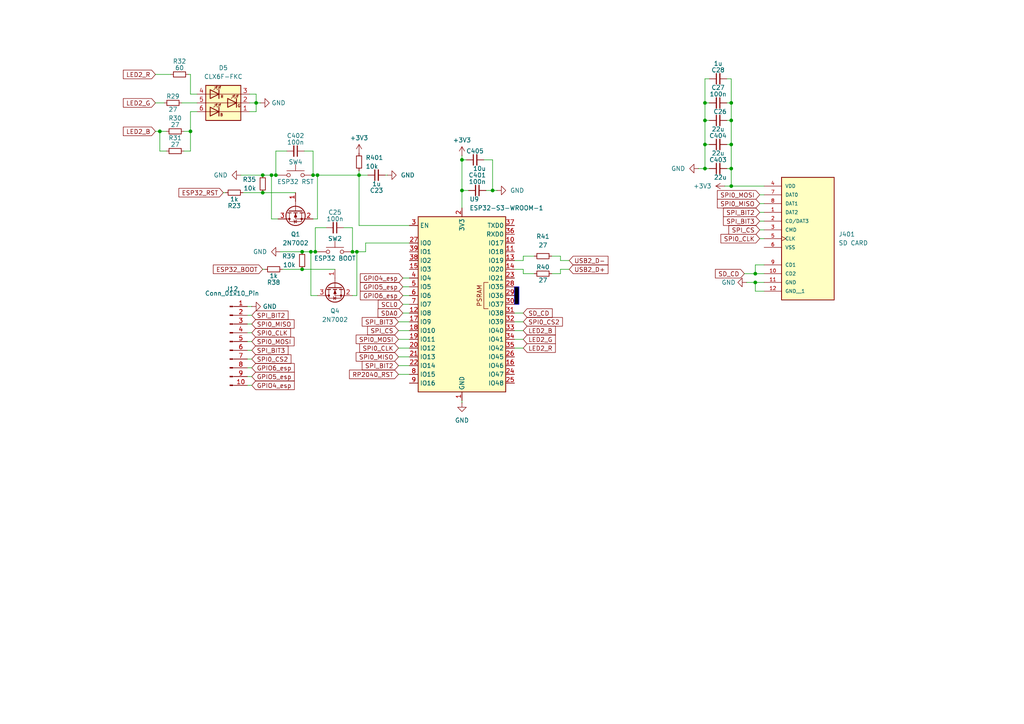
<source format=kicad_sch>
(kicad_sch (version 20231120) (generator "eeschema") (generator_version "8.0")
  (paper "A4")
  (lib_symbols
    (symbol "Connector:Conn_01x10_Pin" (pin_names (offset 1.016) hide)
      (property "Reference" "J" (at 0 12.7 0))
      (property "Value" "Conn_01x10_Pin" (at 0 -15.24 0))
      (symbol "Conn_01x10_Pin_1_1"
        (polyline (pts (xy 1.27 -12.7) (xy 0.8636 -12.7)) (stroke (width 0.1524)))
        (polyline (pts (xy 1.27 -10.16) (xy 0.8636 -10.16)) (stroke (width 0.1524)))
        (polyline (pts (xy 1.27 -7.62) (xy 0.8636 -7.62)) (stroke (width 0.1524)))
        (polyline (pts (xy 1.27 -5.08) (xy 0.8636 -5.08)) (stroke (width 0.1524)))
        (polyline (pts (xy 1.27 -2.54) (xy 0.8636 -2.54)) (stroke (width 0.1524)))
        (polyline (pts (xy 1.27 0) (xy 0.8636 0)) (stroke (width 0.1524)))
        (polyline (pts (xy 1.27 2.54) (xy 0.8636 2.54)) (stroke (width 0.1524)))
        (polyline (pts (xy 1.27 5.08) (xy 0.8636 5.08)) (stroke (width 0.1524)))
        (polyline (pts (xy 1.27 7.62) (xy 0.8636 7.62)) (stroke (width 0.1524)))
        (polyline (pts (xy 1.27 10.16) (xy 0.8636 10.16)) (stroke (width 0.1524)))
        (rectangle (start 0.8636 -12.573) (end 0 -12.827) (stroke (width 0.1524)) (fill (type outline)))
        (rectangle (start 0.8636 -10.033) (end 0 -10.287) (stroke (width 0.1524)) (fill (type outline)))
        (rectangle (start 0.8636 -7.493) (end 0 -7.747) (stroke (width 0.1524)) (fill (type outline)))
        (rectangle (start 0.8636 -4.953) (end 0 -5.207) (stroke (width 0.1524)) (fill (type outline)))
        (rectangle (start 0.8636 -2.413) (end 0 -2.667) (stroke (width 0.1524)) (fill (type outline)))
        (rectangle (start 0.8636 0.127) (end 0 -0.127) (stroke (width 0.1524)) (fill (type outline)))
        (rectangle (start 0.8636 2.667) (end 0 2.413) (stroke (width 0.1524)) (fill (type outline)))
        (rectangle (start 0.8636 5.207) (end 0 4.953) (stroke (width 0.1524)) (fill (type outline)))
        (rectangle (start 0.8636 7.747) (end 0 7.493) (stroke (width 0.1524)) (fill (type outline)))
        (rectangle (start 0.8636 10.287) (end 0 10.033) (stroke (width 0.1524)) (fill (type outline)))
        (pin passive line (at 5.08 10.16 180) (length 3.81) (name "Pin_1") (number "1"))
        (pin passive line (at 5.08 -12.7 180) (length 3.81) (name "Pin_10") (number "10"))
        (pin passive line (at 5.08 7.62 180) (length 3.81) (name "Pin_2") (number "2"))
        (pin passive line (at 5.08 5.08 180) (length 3.81) (name "Pin_3") (number "3"))
        (pin passive line (at 5.08 2.54 180) (length 3.81) (name "Pin_4") (number "4"))
        (pin passive line (at 5.08 0 180) (length 3.81) (name "Pin_5") (number "5"))
        (pin passive line (at 5.08 -2.54 180) (length 3.81) (name "Pin_6") (number "6"))
        (pin passive line (at 5.08 -5.08 180) (length 3.81) (name "Pin_7") (number "7"))
        (pin passive line (at 5.08 -7.62 180) (length 3.81) (name "Pin_8") (number "8"))
        (pin passive line (at 5.08 -10.16 180) (length 3.81) (name "Pin_9") (number "9"))
      )
    )
    (symbol "Device:C_Small" (pin_numbers hide) (pin_names (offset 0.254) hide)
      (property "Reference" "C" (at 0.254 1.778 0))
      (property "Value" "C_Small" (at 0.254 -2.032 0))
      (symbol "C_Small_0_1"
        (polyline (pts (xy -1.524 -0.508) (xy 1.524 -0.508)) (stroke (width 0.3302)))
        (polyline (pts (xy -1.524 0.508) (xy 1.524 0.508)) (stroke (width 0.3048)))
      )
      (symbol "C_Small_1_1"
        (pin passive line (at 0 2.54 270) (length 2.032) (name "~") (number "1"))
        (pin passive line (at 0 -2.54 90) (length 2.032) (name "~") (number "2"))
      )
    )
    (symbol "Device:R_Small" (pin_numbers hide) (pin_names (offset 0.254) hide)
      (property "Reference" "R" (at 0.762 0.508 0))
      (property "Value" "R_Small" (at 0.762 -1.016 0))
      (symbol "R_Small_0_1"
        (rectangle (start -0.762 1.778) (end 0.762 -1.778) (stroke (width 0.2032)))
      )
      (symbol "R_Small_1_1"
        (pin passive line (at 0 2.54 270) (length 0.762) (name "~") (number "1"))
        (pin passive line (at 0 -2.54 90) (length 0.762) (name "~") (number "2"))
      )
    )
    (symbol "LED:CLX6F-FKC" (pin_names hide)
      (property "Reference" "D" (at -5.08 6.35 0))
      (property "Value" "CLX6F-FKC" (at -5.08 -6.35 0))
      (symbol "CLX6F-FKC_0_0"
        (text "B" (at -0.508 -3.4544 0) (effects (font (size 0.762 0.762))))
        (text "G" (at 4.5466 -0.8382 0) (effects (font (size 0.762 0.762))))
        (text "R" (at -0.381 1.8034 0) (effects (font (size 0.762 0.762))))
      )
      (symbol "CLX6F-FKC_0_1"
        (rectangle (start -5.08 5.08) (end 5.08 -5.08) (stroke (width 0.254)) (fill (type background)))
        (polyline (pts (xy -5.08 -2.54) (xy 5.08 -2.54)))
        (polyline (pts (xy -5.08 0) (xy 5.08 0)))
        (polyline (pts (xy -5.08 2.54) (xy 5.08 2.54)))
        (polyline (pts (xy -2.794 -1.27) (xy -1.778 -0.254)))
        (polyline (pts (xy -2.794 3.81) (xy -1.778 4.826)))
        (polyline (pts (xy -1.778 -1.27) (xy -0.762 -0.254)))
        (polyline (pts (xy -1.778 3.81) (xy -0.762 4.826)))
        (polyline (pts (xy -1.27 -1.27) (xy -1.27 -3.81)) (stroke (width 0.254)))
        (polyline (pts (xy -1.27 3.81) (xy -1.27 1.27)) (stroke (width 0.254)))
        (polyline (pts (xy 2.286 1.27) (xy 3.302 2.286)))
        (polyline (pts (xy 3.302 1.27) (xy 4.318 2.286)))
        (polyline (pts (xy 3.81 1.27) (xy 3.81 -1.27)) (stroke (width 0.254)))
        (polyline (pts (xy -2.54 4.572) (xy -1.778 4.826) (xy -2.032 4.064)))
        (polyline (pts (xy -2.032 -1.016) (xy -1.778 -0.254) (xy -2.54 -0.508)))
        (polyline (pts (xy -1.524 -0.508) (xy -0.762 -0.254) (xy -1.016 -1.016)))
        (polyline (pts (xy -1.524 4.572) (xy -0.762 4.826) (xy -1.016 4.064)))
        (polyline (pts (xy 3.048 1.524) (xy 3.302 2.286) (xy 2.54 2.032)))
        (polyline (pts (xy 3.556 2.032) (xy 4.318 2.286) (xy 4.064 1.524)))
        (polyline (pts (xy -3.81 -1.27) (xy -3.81 -3.81) (xy -1.27 -2.54) (xy -3.81 -1.27)) (stroke (width 0.254)))
        (polyline (pts (xy -3.81 3.81) (xy -3.81 1.27) (xy -1.27 2.54) (xy -3.81 3.81)) (stroke (width 0.254)))
        (polyline (pts (xy 1.27 1.27) (xy 1.27 -1.27) (xy 3.81 0) (xy 1.27 1.27)) (stroke (width 0.254)))
      )
      (symbol "CLX6F-FKC_1_1"
        (pin passive line (at 7.62 -2.54 180) (length 2.54) (name "KB") (number "1"))
        (pin passive line (at 7.62 0 180) (length 2.54) (name "KG") (number "2"))
        (pin passive line (at 7.62 2.54 180) (length 2.54) (name "KR") (number "3"))
        (pin passive line (at -7.62 2.54 0) (length 2.54) (name "AR") (number "4"))
        (pin passive line (at -7.62 0 0) (length 2.54) (name "AG") (number "5"))
        (pin passive line (at -7.62 -2.54 0) (length 2.54) (name "AB") (number "6"))
      )
    )
    (symbol "MEM2061-01-188-00-A_REVA:MEM2061-01-188-00-A_REVA" (pin_names (offset 1.016))
      (property "Reference" "J" (at 0 15.2675 0))
      (property "Value" "MEM2061-01-188-00-A_REVA" (at 0 -22.8815 0))
      (symbol "MEM2061-01-188-00-A_REVA_0_0"
        (rectangle (start 0 -20.32) (end 15.24 15.24) (stroke (width 0.254)) (fill (type background)))
        (pin bidirectional line (at -5.08 5.08 0) (length 5.08) (name "DAT2") (number "1"))
        (pin passive line (at -5.08 -12.7 0) (length 5.08) (name "CD2") (number "10"))
        (pin power_in line (at -5.08 -15.24 0) (length 5.08) (name "GND") (number "11"))
        (pin power_in line (at -5.08 -17.78 0) (length 5.08) (name "GND__1") (number "12"))
        (pin bidirectional line (at -5.08 2.54 0) (length 5.08) (name "CD/DAT3") (number "2"))
        (pin bidirectional line (at -5.08 0 0) (length 5.08) (name "CMD") (number "3"))
        (pin power_in line (at -5.08 12.7 0) (length 5.08) (name "VDD") (number "4"))
        (pin bidirectional clock (at -5.08 -2.54 0) (length 5.08) (name "CLK") (number "5"))
        (pin power_in line (at -5.08 -5.08 0) (length 5.08) (name "VSS") (number "6"))
        (pin bidirectional line (at -5.08 10.16 0) (length 5.08) (name "DAT0") (number "7"))
        (pin bidirectional line (at -5.08 7.62 0) (length 5.08) (name "DAT1") (number "8"))
        (pin passive line (at -5.08 -10.16 0) (length 5.08) (name "CD1") (number "9"))
      )
    )
    (symbol "RF_Module:ESP32-S3-WROOM-1"
      (property "Reference" "U" (at -12.7 26.67 0))
      (property "Value" "ESP32-S3-WROOM-1" (at 12.7 26.67 0))
      (symbol "ESP32-S3-WROOM-1_0_0"
        (rectangle (start -12.7 25.4) (end 12.7 -25.4) (stroke (width 0.254)) (fill (type background)))
        (text "PSRAM" (at 5.08 2.54 900) (effects (font (size 1.27 1.27))))
      )
      (symbol "ESP32-S3-WROOM-1_0_1"
        (polyline (pts (xy 7.62 -1.27) (xy 6.35 -1.27) (xy 6.35 6.35) (xy 7.62 6.35)))
      )
      (symbol "ESP32-S3-WROOM-1_1_1"
        (pin power_in line (at 0 -27.94 90) (length 2.54) (name "GND") (number "1"))
        (pin bidirectional line (at 15.24 17.78 180) (length 2.54) (name "IO17") (number "10"))
        (pin bidirectional line (at 15.24 15.24 180) (length 2.54) (name "IO18") (number "11"))
        (pin bidirectional line (at -15.24 -2.54 0) (length 2.54) (name "IO8") (number "12"))
        (pin bidirectional line (at 15.24 12.7 180) (length 2.54) (name "IO19") (number "13"))
        (pin bidirectional line (at 15.24 10.16 180) (length 2.54) (name "IO20") (number "14"))
        (pin bidirectional line (at -15.24 10.16 0) (length 2.54) (name "IO3") (number "15"))
        (pin bidirectional line (at 15.24 -17.78 180) (length 2.54) (name "IO46") (number "16"))
        (pin bidirectional line (at -15.24 -5.08 0) (length 2.54) (name "IO9") (number "17"))
        (pin bidirectional line (at -15.24 -7.62 0) (length 2.54) (name "IO10") (number "18"))
        (pin bidirectional line (at -15.24 -10.16 0) (length 2.54) (name "IO11") (number "19"))
        (pin power_in line (at 0 27.94 270) (length 2.54) (name "3V3") (number "2"))
        (pin bidirectional line (at -15.24 -12.7 0) (length 2.54) (name "IO12") (number "20"))
        (pin bidirectional line (at -15.24 -15.24 0) (length 2.54) (name "IO13") (number "21"))
        (pin bidirectional line (at -15.24 -17.78 0) (length 2.54) (name "IO14") (number "22"))
        (pin bidirectional line (at 15.24 7.62 180) (length 2.54) (name "IO21") (number "23"))
        (pin bidirectional line (at 15.24 -20.32 180) (length 2.54) (name "IO47") (number "24"))
        (pin bidirectional line (at 15.24 -22.86 180) (length 2.54) (name "IO48") (number "25"))
        (pin bidirectional line (at 15.24 -15.24 180) (length 2.54) (name "IO45") (number "26"))
        (pin bidirectional line (at -15.24 17.78 0) (length 2.54) (name "IO0") (number "27"))
        (pin bidirectional line (at 15.24 5.08 180) (length 2.54) (name "IO35") (number "28"))
        (pin bidirectional line (at 15.24 2.54 180) (length 2.54) (name "IO36") (number "29"))
        (pin input line (at -15.24 22.86 0) (length 2.54) (name "EN") (number "3"))
        (pin bidirectional line (at 15.24 0 180) (length 2.54) (name "IO37") (number "30"))
        (pin bidirectional line (at 15.24 -2.54 180) (length 2.54) (name "IO38") (number "31"))
        (pin bidirectional line (at 15.24 -5.08 180) (length 2.54) (name "IO39") (number "32"))
        (pin bidirectional line (at 15.24 -7.62 180) (length 2.54) (name "IO40") (number "33"))
        (pin bidirectional line (at 15.24 -10.16 180) (length 2.54) (name "IO41") (number "34"))
        (pin bidirectional line (at 15.24 -12.7 180) (length 2.54) (name "IO42") (number "35"))
        (pin bidirectional line (at 15.24 20.32 180) (length 2.54) (name "RXD0") (number "36"))
        (pin bidirectional line (at 15.24 22.86 180) (length 2.54) (name "TXD0") (number "37"))
        (pin bidirectional line (at -15.24 12.7 0) (length 2.54) (name "IO2") (number "38"))
        (pin bidirectional line (at -15.24 15.24 0) (length 2.54) (name "IO1") (number "39"))
        (pin bidirectional line (at -15.24 7.62 0) (length 2.54) (name "IO4") (number "4"))
        (pin passive line (at 0 -27.94 90) (length 2.54) hide (name "GND") (number "40"))
        (pin passive line (at 0 -27.94 90) (length 2.54) hide (name "GND") (number "41"))
        (pin bidirectional line (at -15.24 5.08 0) (length 2.54) (name "IO5") (number "5"))
        (pin bidirectional line (at -15.24 2.54 0) (length 2.54) (name "IO6") (number "6"))
        (pin bidirectional line (at -15.24 0 0) (length 2.54) (name "IO7") (number "7"))
        (pin bidirectional line (at -15.24 -20.32 0) (length 2.54) (name "IO15") (number "8"))
        (pin bidirectional line (at -15.24 -22.86 0) (length 2.54) (name "IO16") (number "9"))
      )
    )
    (symbol "Switch:SW_Push" (pin_numbers hide) (pin_names (offset 1.016) hide)
      (property "Reference" "SW" (at 1.27 2.54 0))
      (property "Value" "SW_Push" (at 0 -1.524 0))
      (symbol "SW_Push_0_1"
        (circle (center -2.032 0) (radius 0.508))
        (polyline (pts (xy 0 1.27) (xy 0 3.048)))
        (polyline (pts (xy 2.54 1.27) (xy -2.54 1.27)))
        (circle (center 2.032 0) (radius 0.508))
        (pin passive line (at -5.08 0 0) (length 2.54) (name "1") (number "1"))
        (pin passive line (at 5.08 0 180) (length 2.54) (name "2") (number "2"))
      )
    )
    (symbol "Transistor_FET:2N7002" (pin_names hide)
      (property "Reference" "Q" (at 5.08 1.905 0))
      (property "Value" "2N7002" (at 5.08 0 0))
      (symbol "2N7002_0_1"
        (polyline (pts (xy 0.254 0) (xy -2.54 0)))
        (polyline (pts (xy 0.254 1.905) (xy 0.254 -1.905)) (stroke (width 0.254)))
        (polyline (pts (xy 0.762 -1.27) (xy 0.762 -2.286)) (stroke (width 0.254)))
        (polyline (pts (xy 0.762 0.508) (xy 0.762 -0.508)) (stroke (width 0.254)))
        (polyline (pts (xy 0.762 2.286) (xy 0.762 1.27)) (stroke (width 0.254)))
        (polyline (pts (xy 2.54 2.54) (xy 2.54 1.778)))
        (polyline (pts (xy 2.54 -2.54) (xy 2.54 0) (xy 0.762 0)))
        (polyline (pts (xy 0.762 -1.778) (xy 3.302 -1.778) (xy 3.302 1.778) (xy 0.762 1.778)))
        (polyline (pts (xy 1.016 0) (xy 2.032 0.381) (xy 2.032 -0.381) (xy 1.016 0)) (fill (type outline)))
        (polyline (pts (xy 2.794 0.508) (xy 2.921 0.381) (xy 3.683 0.381) (xy 3.81 0.254)))
        (polyline (pts (xy 3.302 0.381) (xy 2.921 -0.254) (xy 3.683 -0.254) (xy 3.302 0.381)))
        (circle (center 1.651 0) (radius 2.794) (stroke (width 0.254)))
        (circle (center 2.54 -1.778) (radius 0.254) (fill (type outline)))
        (circle (center 2.54 1.778) (radius 0.254) (fill (type outline)))
      )
      (symbol "2N7002_1_1"
        (pin input line (at -5.08 0 0) (length 2.54) (name "G") (number "1"))
        (pin passive line (at 2.54 -5.08 90) (length 2.54) (name "S") (number "2"))
        (pin passive line (at 2.54 5.08 270) (length 2.54) (name "D") (number "3"))
      )
    )
    (symbol "power:+3V3" (power) (pin_numbers hide) (pin_names (offset 0) hide)
      (property "Value" "+3V3" (at 0 3.556 0))
      (symbol "+3V3_0_1"
        (polyline (pts (xy -0.762 1.27) (xy 0 2.54)))
        (polyline (pts (xy 0 0) (xy 0 2.54)))
        (polyline (pts (xy 0 2.54) (xy 0.762 1.27)))
      )
      (symbol "+3V3_1_1"
        (pin power_in line (at 0 0 90) (length 0) (name "~") (number "1"))
      )
    )
    (symbol "power:GND" (power) (pin_numbers hide) (pin_names (offset 0) hide)
      (property "Value" "GND" (at 0 -3.81 0))
      (symbol "GND_0_1"
        (polyline (pts (xy 0 0) (xy 0 -1.27) (xy 1.27 -1.27) (xy 0 -2.54) (xy -1.27 -1.27) (xy 0 -1.27)))
      )
      (symbol "GND_1_1"
        (pin power_in line (at 0 0 270) (length 0) (name "~") (number "1"))
      )
    )
  )
  (junction (at 212.09 29.845))
  (junction (at 212.09 41.91))
  (junction (at 87.63 73.025))
  (junction (at 204.47 34.925))
  (junction (at 90.805 50.8))
  (junction (at 92.075 50.8))
  (junction (at 204.47 48.895))
  (junction (at 104.14 50.8))
  (junction (at 74.295 29.845))
  (junction (at 102.235 73.025))
  (junction (at 204.47 29.845))
  (junction (at 212.09 34.925))
  (junction (at 46.355 38.1))
  (junction (at 103.505 73.025))
  (junction (at 212.09 53.975))
  (junction (at 91.44 73.025))
  (junction (at 87.63 78.105))
  (junction (at 142.875 55.245))
  (junction (at 76.2 50.8))
  (junction (at 219.075 79.375))
  (junction (at 212.09 48.895))
  (junction (at 78.74 50.8))
  (junction (at 80.01 50.8))
  (junction (at 219.075 81.915))
  (junction (at 55.245 38.1))
  (junction (at 133.985 46.355))
  (junction (at 90.17 73.025))
  (junction (at 133.985 55.245))
  (junction (at 76.2 55.88))
  (junction (at 204.47 41.91))
  (wire (pts (xy 55.245 27.305) (xy 55.245 21.59)))
  (wire (pts (xy 116.84 83.185) (xy 118.745 83.185)))
  (wire (pts (xy 91.44 66.04) (xy 91.44 73.025)))
  (wire (pts (xy 220.345 66.675) (xy 221.615 66.675)))
  (wire (pts (xy 135.255 46.355) (xy 133.985 46.355)))
  (wire (pts (xy 55.245 38.1) (xy 55.245 32.385)))
  (wire (pts (xy 74.295 27.305) (xy 74.295 29.845)))
  (wire (pts (xy 104.14 65.405) (xy 118.745 65.405)))
  (wire (pts (xy 81.915 78.105) (xy 87.63 78.105)))
  (wire (pts (xy 133.985 55.245) (xy 133.985 60.325)))
  (wire (pts (xy 102.235 85.725) (xy 103.505 85.725)))
  (wire (pts (xy 154.94 79.375) (xy 151.765 79.375)))
  (wire (pts (xy 52.705 29.845) (xy 57.15 29.845)))
  (wire (pts (xy 75.565 29.845) (xy 74.295 29.845)))
  (wire (pts (xy 45.085 29.845) (xy 47.625 29.845)))
  (polyline (pts (xy 149.225 88.265) (xy 150.495 88.265)))
  (wire (pts (xy 106.045 70.485) (xy 106.045 73.025)))
  (wire (pts (xy 115.57 95.885) (xy 118.745 95.885)))
  (wire (pts (xy 221.615 84.455) (xy 219.075 84.455)))
  (wire (pts (xy 73.025 91.44) (xy 71.755 91.44)))
  (wire (pts (xy 55.245 32.385) (xy 57.15 32.385)))
  (wire (pts (xy 102.235 73.025) (xy 103.505 73.025)))
  (wire (pts (xy 90.805 50.8) (xy 92.075 50.8)))
  (wire (pts (xy 219.075 81.915) (xy 221.615 81.915)))
  (wire (pts (xy 92.075 85.725) (xy 90.17 85.725)))
  (wire (pts (xy 220.345 61.595) (xy 221.615 61.595)))
  (wire (pts (xy 73.025 106.68) (xy 71.755 106.68)))
  (wire (pts (xy 76.2 55.88) (xy 85.725 55.88)))
  (wire (pts (xy 205.74 29.845) (xy 204.47 29.845)))
  (wire (pts (xy 133.985 55.245) (xy 135.89 55.245)))
  (wire (pts (xy 111.76 50.8) (xy 112.395 50.8)))
  (wire (pts (xy 162.56 74.295) (xy 162.56 75.565)))
  (wire (pts (xy 102.235 66.04) (xy 102.235 73.025)))
  (wire (pts (xy 90.17 85.725) (xy 90.17 73.025)))
  (wire (pts (xy 74.295 32.385) (xy 74.295 29.845)))
  (wire (pts (xy 149.225 75.565) (xy 151.765 75.565)))
  (wire (pts (xy 92.075 63.5) (xy 92.075 50.8)))
  (wire (pts (xy 76.2 78.105) (xy 76.835 78.105)))
  (wire (pts (xy 46.355 43.815) (xy 46.355 38.1)))
  (polyline (pts (xy 149.225 83.185) (xy 150.495 83.185)))
  (wire (pts (xy 210.82 29.845) (xy 212.09 29.845)))
  (wire (pts (xy 104.14 50.8) (xy 104.14 65.405)))
  (wire (pts (xy 106.68 50.8) (xy 104.14 50.8)))
  (wire (pts (xy 46.355 38.1) (xy 48.26 38.1)))
  (wire (pts (xy 133.985 46.355) (xy 133.985 55.245)))
  (wire (pts (xy 142.875 46.355) (xy 142.875 55.245)))
  (wire (pts (xy 115.57 93.345) (xy 118.745 93.345)))
  (wire (pts (xy 87.63 73.025) (xy 90.17 73.025)))
  (wire (pts (xy 69.85 50.8) (xy 76.2 50.8)))
  (wire (pts (xy 83.185 43.815) (xy 80.01 43.815)))
  (wire (pts (xy 151.765 100.965) (xy 149.225 100.965)))
  (wire (pts (xy 210.185 53.975) (xy 212.09 53.975)))
  (wire (pts (xy 118.745 70.485) (xy 106.045 70.485)))
  (wire (pts (xy 81.28 73.025) (xy 87.63 73.025)))
  (wire (pts (xy 210.82 48.895) (xy 212.09 48.895)))
  (wire (pts (xy 144.145 55.245) (xy 142.875 55.245)))
  (wire (pts (xy 115.57 103.505) (xy 118.745 103.505)))
  (wire (pts (xy 212.09 29.845) (xy 212.09 34.925)))
  (wire (pts (xy 104.14 49.53) (xy 104.14 50.8)))
  (wire (pts (xy 78.74 50.8) (xy 80.01 50.8)))
  (wire (pts (xy 80.01 43.815) (xy 80.01 50.8)))
  (wire (pts (xy 212.09 34.925) (xy 212.09 41.91)))
  (wire (pts (xy 99.695 66.04) (xy 102.235 66.04)))
  (wire (pts (xy 76.2 50.8) (xy 78.74 50.8)))
  (wire (pts (xy 220.345 59.055) (xy 221.615 59.055)))
  (wire (pts (xy 160.02 79.375) (xy 162.56 79.375)))
  (wire (pts (xy 204.47 48.895) (xy 205.74 48.895)))
  (wire (pts (xy 221.615 76.835) (xy 219.075 76.835)))
  (wire (pts (xy 64.77 55.88) (xy 65.405 55.88)))
  (wire (pts (xy 90.17 73.025) (xy 91.44 73.025)))
  (wire (pts (xy 151.765 95.885) (xy 149.225 95.885)))
  (wire (pts (xy 204.47 41.91) (xy 204.47 48.895)))
  (wire (pts (xy 133.985 116.84) (xy 133.985 116.205)))
  (wire (pts (xy 219.075 79.375) (xy 221.615 79.375)))
  (wire (pts (xy 205.74 41.91) (xy 204.47 41.91)))
  (wire (pts (xy 151.765 75.565) (xy 151.765 74.295)))
  (wire (pts (xy 219.075 84.455) (xy 219.075 81.915)))
  (wire (pts (xy 94.615 66.04) (xy 91.44 66.04)))
  (wire (pts (xy 220.345 64.135) (xy 221.615 64.135)))
  (wire (pts (xy 90.805 63.5) (xy 92.075 63.5)))
  (wire (pts (xy 133.985 45.085) (xy 133.985 46.355)))
  (wire (pts (xy 53.34 43.815) (xy 55.245 43.815)))
  (wire (pts (xy 151.765 74.295) (xy 154.94 74.295)))
  (wire (pts (xy 116.84 80.645) (xy 118.745 80.645)))
  (wire (pts (xy 151.765 78.105) (xy 149.225 78.105)))
  (wire (pts (xy 204.47 29.845) (xy 204.47 34.925)))
  (wire (pts (xy 215.9 79.375) (xy 219.075 79.375)))
  (wire (pts (xy 106.045 73.025) (xy 103.505 73.025)))
  (wire (pts (xy 73.025 101.6) (xy 71.755 101.6)))
  (wire (pts (xy 72.39 32.385) (xy 74.295 32.385)))
  (wire (pts (xy 212.09 53.975) (xy 221.615 53.975)))
  (wire (pts (xy 210.82 41.91) (xy 212.09 41.91)))
  (wire (pts (xy 210.82 34.925) (xy 212.09 34.925)))
  (wire (pts (xy 78.74 63.5) (xy 78.74 50.8)))
  (wire (pts (xy 162.56 75.565) (xy 165.1 75.565)))
  (wire (pts (xy 45.085 21.59) (xy 49.53 21.59)))
  (wire (pts (xy 210.82 22.86) (xy 212.09 22.86)))
  (wire (pts (xy 140.97 55.245) (xy 142.875 55.245)))
  (wire (pts (xy 115.57 106.045) (xy 118.745 106.045)))
  (wire (pts (xy 216.535 81.915) (xy 219.075 81.915)))
  (wire (pts (xy 80.645 63.5) (xy 78.74 63.5)))
  (wire (pts (xy 91.44 73.025) (xy 92.075 73.025)))
  (wire (pts (xy 73.025 109.22) (xy 71.755 109.22)))
  (wire (pts (xy 140.335 46.355) (xy 142.875 46.355)))
  (wire (pts (xy 220.345 56.515) (xy 221.615 56.515)))
  (wire (pts (xy 151.765 79.375) (xy 151.765 78.105)))
  (wire (pts (xy 151.765 98.425) (xy 149.225 98.425)))
  (wire (pts (xy 160.02 74.295) (xy 162.56 74.295)))
  (wire (pts (xy 204.47 34.925) (xy 204.47 41.91)))
  (wire (pts (xy 204.47 22.86) (xy 204.47 29.845)))
  (wire (pts (xy 212.09 22.86) (xy 212.09 29.845)))
  (wire (pts (xy 115.57 98.425) (xy 118.745 98.425)))
  (wire (pts (xy 149.225 93.345) (xy 151.765 93.345)))
  (wire (pts (xy 151.765 90.805) (xy 149.225 90.805)))
  (wire (pts (xy 115.57 108.585) (xy 118.745 108.585)))
  (wire (pts (xy 205.74 22.86) (xy 204.47 22.86)))
  (wire (pts (xy 73.025 96.52) (xy 71.755 96.52)))
  (wire (pts (xy 45.085 38.1) (xy 46.355 38.1)))
  (wire (pts (xy 116.84 85.725) (xy 118.745 85.725)))
  (wire (pts (xy 72.39 27.305) (xy 74.295 27.305)))
  (wire (pts (xy 116.84 88.265) (xy 118.745 88.265)))
  (wire (pts (xy 73.025 99.06) (xy 71.755 99.06)))
  (wire (pts (xy 162.56 78.105) (xy 165.1 78.105)))
  (wire (pts (xy 70.485 55.88) (xy 76.2 55.88)))
  (wire (pts (xy 205.74 34.925) (xy 204.47 34.925)))
  (wire (pts (xy 74.295 29.845) (xy 72.39 29.845)))
  (wire (pts (xy 92.075 50.8) (xy 104.14 50.8)))
  (wire (pts (xy 212.09 48.895) (xy 212.09 53.975)))
  (wire (pts (xy 88.265 43.815) (xy 90.805 43.815)))
  (wire (pts (xy 73.025 93.98) (xy 71.755 93.98)))
  (wire (pts (xy 212.09 41.91) (xy 212.09 48.895)))
  (wire (pts (xy 55.245 43.815) (xy 55.245 38.1)))
  (wire (pts (xy 55.245 21.59) (xy 54.61 21.59)))
  (wire (pts (xy 80.01 50.8) (xy 80.645 50.8)))
  (wire (pts (xy 162.56 79.375) (xy 162.56 78.105)))
  (wire (pts (xy 73.025 111.76) (xy 71.755 111.76)))
  (wire (pts (xy 55.245 38.1) (xy 53.34 38.1)))
  (wire (pts (xy 55.245 27.305) (xy 57.15 27.305)))
  (wire (pts (xy 202.565 48.895) (xy 204.47 48.895)))
  (wire (pts (xy 90.805 43.815) (xy 90.805 50.8)))
  (wire (pts (xy 115.57 100.965) (xy 118.745 100.965)))
  (wire (pts (xy 73.025 104.14) (xy 71.755 104.14)))
  (wire (pts (xy 219.075 76.835) (xy 219.075 79.375)))
  (polyline (pts (xy 150.495 83.185) (xy 150.495 88.265)))
  (wire (pts (xy 87.63 78.105) (xy 97.155 78.105)))
  (wire (pts (xy 73.025 88.9) (xy 71.755 88.9)))
  (wire (pts (xy 103.505 85.725) (xy 103.505 73.025)))
  (wire (pts (xy 48.26 43.815) (xy 46.355 43.815)))
  (wire (pts (xy 116.84 90.805) (xy 118.745 90.805)))
  (polyline (pts (xy 149.225 88.265) (xy 149.225 83.185)))
  (wire (pts (xy 220.345 69.215) (xy 221.615 69.215)))
  (rectangle (start 149.225 83.185) (end 150.495 88.265) (fill (type color) (color 0 0 0 1)))
  (global_label "GPIO5_esp" (shape input) (at 116.84 83.185 180) (property "Intersheetrefs" "${INTERSHEET_REFS}" (effects (hide yes))))
  (global_label "SPI_BIT3" (shape input) (at 73.025 101.6 0) (property "Intersheetrefs" "${INTERSHEET_REFS}" (effects (hide yes))))
  (global_label "SPI_CS" (shape input) (at 220.345 66.675 180) (property "Intersheetrefs" "${INTERSHEET_REFS}" (effects (hide yes))))
  (global_label "SPI0_MISO" (shape input) (at 220.345 59.055 180) (property "Intersheetrefs" "${INTERSHEET_REFS}" (effects (hide yes))))
  (global_label "GPIO4_esp" (shape input) (at 116.84 80.645 180) (property "Intersheetrefs" "${INTERSHEET_REFS}" (effects (hide yes))))
  (global_label "USB2_D+" (shape input) (at 165.1 78.105 0) (property "Intersheetrefs" "${INTERSHEET_REFS}" (effects (hide yes))))
  (global_label "SD_CD" (shape input) (at 151.765 90.805 0) (property "Intersheetrefs" "${INTERSHEET_REFS}" (effects (hide yes))))
  (global_label "SCL0" (shape input) (at 116.84 88.265 180) (property "Intersheetrefs" "${INTERSHEET_REFS}" (effects (hide yes))))
  (global_label "SDA0" (shape input) (at 116.84 90.805 180) (property "Intersheetrefs" "${INTERSHEET_REFS}" (effects (hide yes))))
  (global_label "SPI0_CLK" (shape input) (at 73.025 96.52 0) (property "Intersheetrefs" "${INTERSHEET_REFS}" (effects (hide yes))))
  (global_label "LED2_B" (shape input) (at 45.085 38.1 180) (property "Intersheetrefs" "${INTERSHEET_REFS}" (effects (hide yes))))
  (global_label "SPI_BIT2" (shape input) (at 115.57 106.045 180) (property "Intersheetrefs" "${INTERSHEET_REFS}" (effects (hide yes))))
  (global_label "RP2040_RST" (shape input) (at 115.57 108.585 180) (property "Intersheetrefs" "${INTERSHEET_REFS}" (effects (hide yes))))
  (global_label "SPI0_MOSI" (shape input) (at 115.57 98.425 180) (property "Intersheetrefs" "${INTERSHEET_REFS}" (effects (hide yes))))
  (global_label "SPI0_MOSI" (shape input) (at 73.025 99.06 0) (property "Intersheetrefs" "${INTERSHEET_REFS}" (effects (hide yes))))
  (global_label "USB2_D-" (shape input) (at 165.1 75.565 0) (property "Intersheetrefs" "${INTERSHEET_REFS}" (effects (hide yes))))
  (global_label "LED2_R" (shape input) (at 151.765 100.965 0) (property "Intersheetrefs" "${INTERSHEET_REFS}" (effects (hide yes))))
  (global_label "SPI0_CS2" (shape input) (at 151.765 93.345 0) (property "Intersheetrefs" "${INTERSHEET_REFS}" (effects (hide yes))))
  (global_label "LED2_G" (shape input) (at 151.765 98.425 0) (property "Intersheetrefs" "${INTERSHEET_REFS}" (effects (hide yes))))
  (global_label "SPI_BIT3" (shape input) (at 115.57 93.345 180) (property "Intersheetrefs" "${INTERSHEET_REFS}" (effects (hide yes))))
  (global_label "SPI_BIT2" (shape input) (at 73.025 91.44 0) (property "Intersheetrefs" "${INTERSHEET_REFS}" (effects (hide yes))))
  (global_label "SD_CD" (shape input) (at 215.9 79.375 180) (property "Intersheetrefs" "${INTERSHEET_REFS}" (effects (hide yes))))
  (global_label "SPI0_MOSI" (shape input) (at 220.345 56.515 180) (property "Intersheetrefs" "${INTERSHEET_REFS}" (effects (hide yes))))
  (global_label "GPIO5_esp" (shape input) (at 73.025 109.22 0) (property "Intersheetrefs" "${INTERSHEET_REFS}" (effects (hide yes))))
  (global_label "ESP32_RST" (shape input) (at 64.77 55.88 180) (property "Intersheetrefs" "${INTERSHEET_REFS}" (effects (hide yes))))
  (global_label "LED2_B" (shape input) (at 151.765 95.885 0) (property "Intersheetrefs" "${INTERSHEET_REFS}" (effects (hide yes))))
  (global_label "SPI0_MISO" (shape input) (at 73.025 93.98 0) (property "Intersheetrefs" "${INTERSHEET_REFS}" (effects (hide yes))))
  (global_label "GPIO6_esp" (shape input) (at 73.025 106.68 0) (property "Intersheetrefs" "${INTERSHEET_REFS}" (effects (hide yes))))
  (global_label "ESP32_BOOT" (shape input) (at 76.2 78.105 180) (property "Intersheetrefs" "${INTERSHEET_REFS}" (effects (hide yes))))
  (global_label "SPI0_CLK" (shape input) (at 220.345 69.215 180) (property "Intersheetrefs" "${INTERSHEET_REFS}" (effects (hide yes))))
  (global_label "SPI_BIT3" (shape input) (at 220.345 64.135 180) (property "Intersheetrefs" "${INTERSHEET_REFS}" (effects (hide yes))))
  (global_label "GPIO6_esp" (shape input) (at 116.84 85.725 180) (property "Intersheetrefs" "${INTERSHEET_REFS}" (effects (hide yes))))
  (global_label "GPIO4_esp" (shape input) (at 73.025 111.76 0) (property "Intersheetrefs" "${INTERSHEET_REFS}" (effects (hide yes))))
  (global_label "SPI_CS" (shape input) (at 115.57 95.885 180) (property "Intersheetrefs" "${INTERSHEET_REFS}" (effects (hide yes))))
  (global_label "LED2_G" (shape input) (at 45.085 29.845 180) (property "Intersheetrefs" "${INTERSHEET_REFS}" (effects (hide yes))))
  (global_label "SPI0_CLK" (shape input) (at 115.57 100.965 180) (property "Intersheetrefs" "${INTERSHEET_REFS}" (effects (hide yes))))
  (global_label "SPI0_MISO" (shape input) (at 115.57 103.505 180) (property "Intersheetrefs" "${INTERSHEET_REFS}" (effects (hide yes))))
  (global_label "LED2_R" (shape input) (at 45.085 21.59 180) (property "Intersheetrefs" "${INTERSHEET_REFS}" (effects (hide yes))))
  (global_label "SPI_BIT2" (shape input) (at 220.345 61.595 180) (property "Intersheetrefs" "${INTERSHEET_REFS}" (effects (hide yes))))
  (global_label "SPI0_CS2" (shape input) (at 73.025 104.14 0) (property "Intersheetrefs" "${INTERSHEET_REFS}" (effects (hide yes))))
  (symbol (lib_id "power:+3V3") (at 210.185 53.975 90) (unit 1)
    (property "Reference" "#PWR0405" (effects (hide yes)))
    (property "Value" "+3V3" (at 206.375 53.9749 90) (effects (justify left)))
    (property "Description" "Power symbol creates a global label with name \"+3V3\"" (effects (hide yes)))
  )
  (symbol (lib_id "power:GND") (at 75.565 29.845 90) (unit 1)
    (property "Reference" "#PWR041" (effects (hide yes)))
    (property "Value" "GND" (at 78.74 29.8449 90) (effects (justify right)))
    (property "Description" "Power symbol creates a global label with name \"GND\" , ground" (effects (hide yes)))
  )
  (symbol (lib_id "power:+3V3") (at 133.985 45.085 0) (unit 1)
    (property "Reference" "#PWR0401" (effects (hide yes)))
    (property "Value" "+3V3" (at 133.985 40.64 0))
    (property "Description" "Power symbol creates a global label with name \"+3V3\"" (effects (hide yes)))
  )
  (symbol (lib_id "Switch:SW_Push") (at 97.155 73.025 0) (unit 1)
    (property "Reference" "SW2" (at 97.155 69.215 0))
    (property "Value" "ESP32 BOOT" (at 97.155 74.93 0))
    (property "Footprint" "Button_Switch_SMD:SW_Tactile_SPST_NO_Straight_CK_PTS636Sx25SMTRLFS" (effects (hide yes)))
    (property "Description" "Push button switch, generic, two pins" (effects (hide yes)))
  )
  (symbol (lib_id "Transistor_FET:2N7002") (at 85.725 60.96 90) (mirror x) (unit 1)
    (property "Reference" "Q1" (at 85.725 67.945 90))
    (property "Value" "2N7002" (at 85.725 70.485 90))
    (property "Footprint" "Package_TO_SOT_SMD:SOT-23" (effects (hide yes)))
    (property "Datasheet" "https://www.onsemi.com/pub/Collateral/NDS7002A-D.PDF" (effects (hide yes)))
    (property "Description" "0.115A Id, 60V Vds, N-Channel MOSFET, SOT-23" (effects (hide yes)))
  )
  (symbol (lib_id "Device:R_Small") (at 104.14 46.99 0) (unit 1)
    (property "Reference" "R401" (at 106.045 45.7199 0) (effects (justify left)))
    (property "Value" "10k" (at 106.045 48.2599 0) (effects (justify left)))
    (property "Footprint" "Resistor_SMD:R_0603_1608Metric_Pad0.98x0.95mm_HandSolder" (effects (hide yes)))
    (property "Description" "Resistor, small symbol" (effects (hide yes)))
  )
  (symbol (lib_id "Device:R_Small") (at 50.8 43.815 90) (unit 1)
    (property "Reference" "R31" (at 50.8 40.005 90))
    (property "Value" "27" (at 50.8 41.91 90))
    (property "Footprint" "Resistor_SMD:R_0603_1608Metric_Pad0.98x0.95mm_HandSolder" (effects (hide yes)))
    (property "Description" "Resistor, small symbol" (effects (hide yes)))
  )
  (symbol (lib_id "Device:R_Small") (at 157.48 74.295 90) (unit 1)
    (property "Reference" "R41" (at 157.48 68.58 90))
    (property "Value" "27" (at 157.48 71.12 90))
    (property "Footprint" "Resistor_SMD:R_0603_1608Metric_Pad0.98x0.95mm_HandSolder" (effects (hide yes)))
    (property "Description" "Resistor, small symbol" (effects (hide yes)))
  )
  (symbol (lib_id "power:GND") (at 81.28 73.025 270) (unit 1)
    (property "Reference" "#PWR049" (effects (hide yes)))
    (property "Value" "GND" (at 77.47 73.0249 90) (effects (justify right)))
    (property "Description" "Power symbol creates a global label with name \"GND\" , ground" (effects (hide yes)))
  )
  (symbol (lib_id "Device:C_Small") (at 208.28 41.91 90) (unit 1)
    (property "Reference" "C404" (at 210.82 39.37 90) (effects (justify left)))
    (property "Value" "22u" (at 210.185 44.45 90) (effects (justify left)))
    (property "Footprint" "Capacitor_SMD:C_0603_1608Metric_Pad1.08x0.95mm_HandSolder" (effects (hide yes)))
    (property "Description" "Unpolarized capacitor, small symbol" (effects (hide yes)))
  )
  (symbol (lib_id "Device:C_Small") (at 208.28 29.845 270) (unit 1)
    (property "Reference" "C27" (at 208.28 25.4 90))
    (property "Value" "100n" (at 208.28 27.305 90))
    (property "Footprint" "Capacitor_SMD:C_0603_1608Metric_Pad1.08x0.95mm_HandSolder" (effects (hide yes)))
    (property "Description" "Unpolarized capacitor, small symbol" (effects (hide yes)))
  )
  (symbol (lib_id "Device:R_Small") (at 50.8 38.1 90) (unit 1)
    (property "Reference" "R30" (at 50.8 34.29 90))
    (property "Value" "27" (at 50.8 36.195 90))
    (property "Footprint" "Resistor_SMD:R_0603_1608Metric_Pad0.98x0.95mm_HandSolder" (effects (hide yes)))
    (property "Description" "Resistor, small symbol" (effects (hide yes)))
  )
  (symbol (lib_id "Device:R_Small") (at 157.48 79.375 90) (unit 1)
    (property "Reference" "R40" (at 157.48 77.47 90))
    (property "Value" "27" (at 157.48 81.28 90))
    (property "Footprint" "Resistor_SMD:R_0603_1608Metric_Pad0.98x0.95mm_HandSolder" (effects (hide yes)))
    (property "Description" "Resistor, small symbol" (effects (hide yes)))
  )
  (symbol (lib_id "Device:R_Small") (at 87.63 75.565 0) (mirror y) (unit 1)
    (property "Reference" "R39" (at 85.725 74.2949 0) (effects (justify left)))
    (property "Value" "10k" (at 85.725 76.8349 0) (effects (justify left)))
    (property "Footprint" "Resistor_SMD:R_0603_1608Metric_Pad0.98x0.95mm_HandSolder" (effects (hide yes)))
    (property "Description" "Resistor, small symbol" (effects (hide yes)))
  )
  (symbol (lib_id "power:GND") (at 69.85 50.8 270) (unit 1)
    (property "Reference" "#PWR0403" (effects (hide yes)))
    (property "Value" "GND" (at 66.04 50.7999 90) (effects (justify right)))
    (property "Description" "Power symbol creates a global label with name \"GND\" , ground" (effects (hide yes)))
  )
  (symbol (lib_id "RF_Module:ESP32-S3-WROOM-1") (at 133.985 88.265 0) (unit 1)
    (property "Reference" "U9" (at 136.1791 57.785 0) (effects (justify left)))
    (property "Value" "ESP32-S3-WROOM-1" (at 136.1791 60.325 0) (effects (justify left)))
    (property "Footprint" "RF_Module:ESP32-S3-WROOM-1" (effects (hide yes)))
    (property "Datasheet" "https://www.espressif.com/sites/default/files/documentation/esp32-s3-wroom-1_wroom-1u_datasheet_en.pdf" (effects (hide yes)))
    (property "Description" "RF Module, ESP32-S3 SoC, Wi-Fi 802.11b/g/n, Bluetooth, BLE, 32-bit, 3.3V, onboard antenna, SMD" (effects (hide yes)))
  )
  (symbol (lib_id "Device:C_Small") (at 208.28 34.925 90) (unit 1)
    (property "Reference" "C26" (at 210.82 32.385 90) (effects (justify left)))
    (property "Value" "22u" (at 210.185 37.465 90) (effects (justify left)))
    (property "Footprint" "Capacitor_SMD:C_0603_1608Metric_Pad1.08x0.95mm_HandSolder" (effects (hide yes)))
    (property "Description" "Unpolarized capacitor, small symbol" (effects (hide yes)))
  )
  (symbol (lib_id "power:GND") (at 216.535 81.915 270) (unit 1)
    (property "Reference" "#PWR0407" (effects (hide yes)))
    (property "Value" "GND" (at 213.36 81.9149 90) (effects (justify right)))
    (property "Description" "Power symbol creates a global label with name \"GND\" , ground" (effects (hide yes)))
  )
  (symbol (lib_id "power:GND") (at 112.395 50.8 90) (unit 1)
    (property "Reference" "#PWR040" (effects (hide yes)))
    (property "Value" "GND" (at 116.205 50.7999 90) (effects (justify right)))
    (property "Description" "Power symbol creates a global label with name \"GND\" , ground" (effects (hide yes)))
  )
  (symbol (lib_id "power:GND") (at 144.145 55.245 90) (unit 1)
    (property "Reference" "#PWR0402" (effects (hide yes)))
    (property "Value" "GND" (at 147.955 55.2449 90) (effects (justify right)))
    (property "Description" "Power symbol creates a global label with name \"GND\" , ground" (effects (hide yes)))
  )
  (symbol (lib_id "power:+3V3") (at 104.14 44.45 0) (unit 1)
    (property "Reference" "#PWR0404" (effects (hide yes)))
    (property "Value" "+3V3" (at 104.14 40.005 0))
    (property "Description" "Power symbol creates a global label with name \"+3V3\"" (effects (hide yes)))
  )
  (symbol (lib_id "LED:CLX6F-FKC") (at 64.77 29.845 0) (unit 1)
    (property "Reference" "D5" (at 64.77 19.685 0))
    (property "Value" "CLX6F-FKC" (at 64.77 22.225 0))
    (property "Footprint" "LED_SMD:LED_RGB_PLCC-6" (effects (hide yes)))
    (property "Datasheet" "https://assets.cree-led.com/a/ds/h/HB-CLX6F-FKC.pdf" (effects (hide yes)))
    (property "Description" "RGB LED, PLCC-6 " (effects (hide yes)))
  )
  (symbol (lib_id "Device:C_Small") (at 208.28 22.86 90) (unit 1)
    (property "Reference" "C28" (at 208.28 20.32 90))
    (property "Value" "1u" (at 208.28 18.415 90))
    (property "Footprint" "Capacitor_SMD:C_0603_1608Metric_Pad1.08x0.95mm_HandSolder" (effects (hide yes)))
    (property "Description" "Unpolarized capacitor, small symbol" (effects (hide yes)))
  )
  (symbol (lib_id "MEM2061-01-188-00-A_REVA:MEM2061-01-188-00-A_REVA") (at 226.695 66.675 0) (unit 1)
    (property "Reference" "J401" (at 243.205 67.9449 0) (effects (justify left)))
    (property "Value" "SD CARD" (at 243.205 70.4849 0) (effects (justify left)))
    (property "Footprint" "MSD11-CUI_cardconn:MSD11_card_conn" (effects (hide yes)))
    (property "MANUFACTURER" "GCT" (effects (hide yes)))
  )
  (symbol (lib_id "power:GND") (at 202.565 48.895 270) (unit 1)
    (property "Reference" "#PWR0406" (effects (hide yes)))
    (property "Value" "GND" (at 198.755 48.8949 90) (effects (justify right)))
    (property "Description" "Power symbol creates a global label with name \"GND\" , ground" (effects (hide yes)))
  )
  (symbol (lib_id "Device:R_Small") (at 67.945 55.88 90) (mirror x) (unit 1)
    (property "Reference" "R23" (at 67.945 59.69 90))
    (property "Value" "1k" (at 67.945 57.785 90))
    (property "Footprint" "Resistor_SMD:R_0603_1608Metric_Pad0.98x0.95mm_HandSolder" (effects (hide yes)))
    (property "Description" "Resistor, small symbol" (effects (hide yes)))
  )
  (symbol (lib_id "Device:R_Small") (at 52.07 21.59 90) (unit 1)
    (property "Reference" "R32" (at 52.07 17.78 90))
    (property "Value" "60" (at 52.07 19.685 90))
    (property "Footprint" "Resistor_SMD:R_0603_1608Metric_Pad0.98x0.95mm_HandSolder" (effects (hide yes)))
    (property "Description" "Resistor, small symbol" (effects (hide yes)))
  )
  (symbol (lib_id "power:GND") (at 73.025 88.9 90) (unit 1)
    (property "Reference" "#PWR048" (effects (hide yes)))
    (property "Value" "GND" (at 76.2 88.8999 90) (effects (justify right)))
    (property "Description" "Power symbol creates a global label with name \"GND\" , ground" (effects (hide yes)))
  )
  (symbol (lib_id "power:GND") (at 133.985 116.84 0) (unit 1)
    (property "Reference" "#PWR01" (effects (hide yes)))
    (property "Value" "GND" (at 133.985 121.92 0))
    (property "Description" "Power symbol creates a global label with name \"GND\" , ground" (effects (hide yes)))
  )
  (symbol (lib_id "Device:C_Small") (at 109.22 50.8 90) (unit 1)
    (property "Reference" "C23" (at 109.22 55.245 90))
    (property "Value" "1u" (at 109.22 53.34 90))
    (property "Footprint" "Capacitor_SMD:C_0603_1608Metric_Pad1.08x0.95mm_HandSolder" (effects (hide yes)))
    (property "Description" "Unpolarized capacitor, small symbol" (effects (hide yes)))
  )
  (symbol (lib_id "Device:R_Small") (at 79.375 78.105 90) (mirror x) (unit 1)
    (property "Reference" "R38" (at 79.375 81.915 90))
    (property "Value" "1k" (at 79.375 80.01 90))
    (property "Footprint" "Resistor_SMD:R_0603_1608Metric_Pad0.98x0.95mm_HandSolder" (effects (hide yes)))
    (property "Description" "Resistor, small symbol" (effects (hide yes)))
  )
  (symbol (lib_id "Switch:SW_Push") (at 85.725 50.8 0) (unit 1)
    (property "Reference" "SW4" (at 85.725 46.99 0))
    (property "Value" "ESP32 RST" (at 85.725 52.705 0))
    (property "Footprint" "Button_Switch_SMD:SW_Tactile_SPST_NO_Straight_CK_PTS636Sx25SMTRLFS" (effects (hide yes)))
    (property "Description" "Push button switch, generic, two pins" (effects (hide yes)))
  )
  (symbol (lib_id "Connector:Conn_01x10_Pin") (at 66.675 99.06 0) (unit 1)
    (property "Reference" "J12" (at 67.31 83.82 0))
    (property "Value" "Conn_01x10_Pin" (at 67.31 85.09 0))
    (property "Footprint" "Connector_PinHeader_2.54mm:PinHeader_1x10_P2.54mm_Vertical" (effects (hide yes)))
    (property "Description" "Generic connector, single row, 01x10, script generated" (effects (hide yes)))
  )
  (symbol (lib_id "Device:R_Small") (at 76.2 53.34 0) (mirror y) (unit 1)
    (property "Reference" "R35" (at 74.295 52.0699 0) (effects (justify left)))
    (property "Value" "10k" (at 74.295 54.6099 0) (effects (justify left)))
    (property "Footprint" "Resistor_SMD:R_0603_1608Metric_Pad0.98x0.95mm_HandSolder" (effects (hide yes)))
    (property "Description" "Resistor, small symbol" (effects (hide yes)))
  )
  (symbol (lib_id "Device:C_Small") (at 138.43 55.245 270) (unit 1)
    (property "Reference" "C401" (at 138.43 50.8 90))
    (property "Value" "100n" (at 138.43 52.705 90))
    (property "Footprint" "Capacitor_SMD:C_0603_1608Metric_Pad1.08x0.95mm_HandSolder" (effects (hide yes)))
    (property "Description" "Unpolarized capacitor, small symbol" (effects (hide yes)))
  )
  (symbol (lib_id "Device:C_Small") (at 85.725 43.815 270) (unit 1)
    (property "Reference" "C402" (at 85.725 39.37 90))
    (property "Value" "100n" (at 85.725 41.275 90))
    (property "Footprint" "Capacitor_SMD:C_0603_1608Metric_Pad1.08x0.95mm_HandSolder" (effects (hide yes)))
    (property "Description" "Unpolarized capacitor, small symbol" (effects (hide yes)))
  )
  (symbol (lib_id "Device:C_Small") (at 137.795 46.355 90) (unit 1)
    (property "Reference" "C405" (at 140.335 43.815 90) (effects (justify left)))
    (property "Value" "10u" (at 140.97 48.895 90) (effects (justify left)))
    (property "Footprint" "Capacitor_SMD:C_0603_1608Metric_Pad1.08x0.95mm_HandSolder" (effects (hide yes)))
    (property "Description" "Unpolarized capacitor, small symbol" (effects (hide yes)))
  )
  (symbol (lib_id "Device:R_Small") (at 50.165 29.845 90) (unit 1)
    (property "Reference" "R29" (at 50.165 27.94 90))
    (property "Value" "27" (at 50.165 31.75 90))
    (property "Footprint" "Resistor_SMD:R_0603_1608Metric_Pad0.98x0.95mm_HandSolder" (effects (hide yes)))
    (property "Description" "Resistor, small symbol" (effects (hide yes)))
  )
  (symbol (lib_id "Device:C_Small") (at 208.28 48.895 90) (unit 1)
    (property "Reference" "C403" (at 210.82 46.355 90) (effects (justify left)))
    (property "Value" "22u" (at 210.82 51.435 90) (effects (justify left)))
    (property "Footprint" "Capacitor_SMD:C_0603_1608Metric_Pad1.08x0.95mm_HandSolder" (effects (hide yes)))
    (property "Description" "Unpolarized capacitor, small symbol" (effects (hide yes)))
  )
  (symbol (lib_id "Transistor_FET:2N7002") (at 97.155 83.185 90) (mirror x) (unit 1)
    (property "Reference" "Q4" (at 97.155 90.17 90))
    (property "Value" "2N7002" (at 97.155 92.71 90))
    (property "Footprint" "Package_TO_SOT_SMD:SOT-23" (effects (hide yes)))
    (property "Datasheet" "https://www.onsemi.com/pub/Collateral/NDS7002A-D.PDF" (effects (hide yes)))
    (property "Description" "0.115A Id, 60V Vds, N-Channel MOSFET, SOT-23" (effects (hide yes)))
  )
  (symbol (lib_id "Device:C_Small") (at 97.155 66.04 270) (unit 1)
    (property "Reference" "C25" (at 97.155 61.595 90))
    (property "Value" "100n" (at 97.155 63.5 90))
    (property "Footprint" "Capacitor_SMD:C_0603_1608Metric_Pad1.08x0.95mm_HandSolder" (effects (hide yes)))
    (property "Description" "Unpolarized capacitor, small symbol" (effects (hide yes)))
  )
)
</source>
